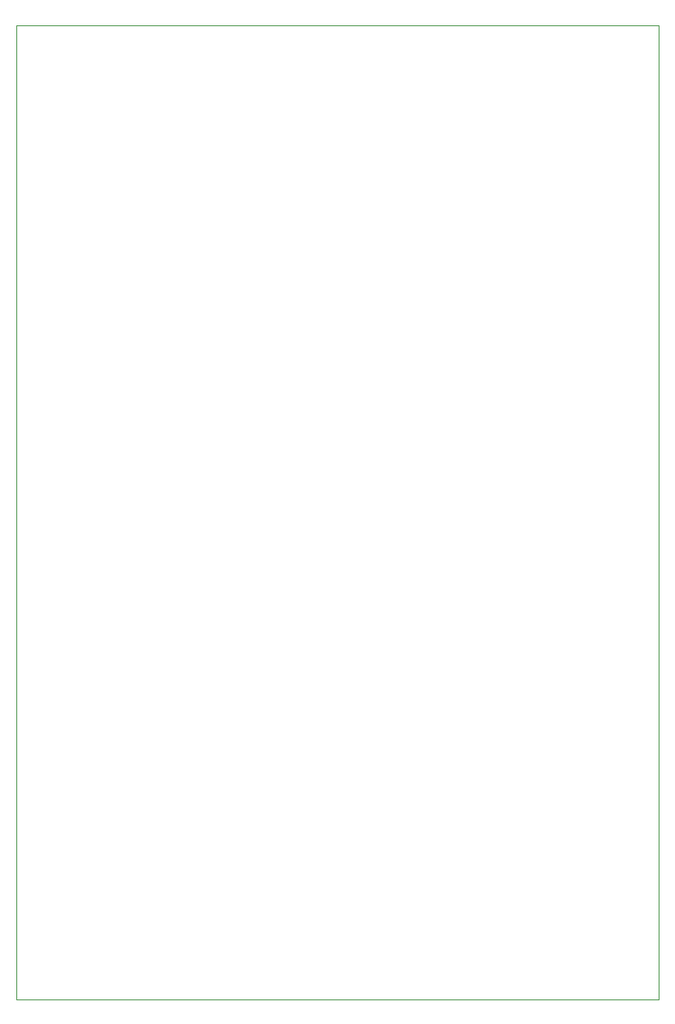
<source format=gm1>
G04 #@! TF.GenerationSoftware,KiCad,Pcbnew,(6.0.0)*
G04 #@! TF.CreationDate,2022-08-19T14:16:46+02:00*
G04 #@! TF.ProjectId,top,746f702e-6b69-4636-9164-5f7063625858,rev?*
G04 #@! TF.SameCoordinates,Original*
G04 #@! TF.FileFunction,Profile,NP*
%FSLAX46Y46*%
G04 Gerber Fmt 4.6, Leading zero omitted, Abs format (unit mm)*
G04 Created by KiCad (PCBNEW (6.0.0)) date 2022-08-19 14:16:46*
%MOMM*%
%LPD*%
G01*
G04 APERTURE LIST*
G04 #@! TA.AperFunction,Profile*
%ADD10C,0.100000*%
G04 #@! TD*
G04 APERTURE END LIST*
D10*
X174752000Y-149352000D02*
X174752000Y-48514000D01*
X108204000Y-149352000D02*
X108204000Y-48514000D01*
X108204000Y-48514000D02*
X174752000Y-48514000D01*
X108204000Y-149352000D02*
X174752000Y-149352000D01*
M02*

</source>
